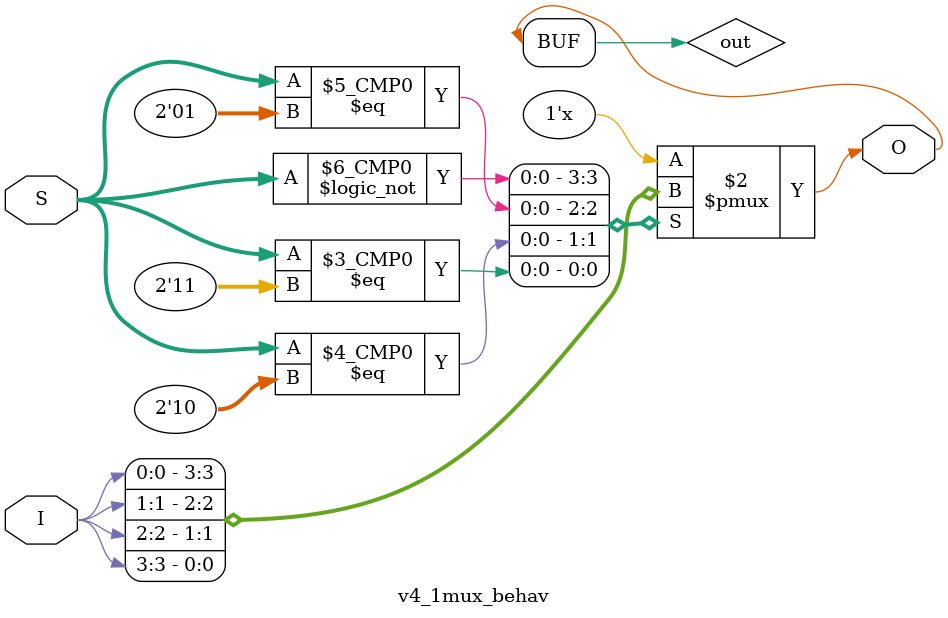
<source format=v>
`timescale 1ns / 1ps
module v4_1mux_behav(
    input [3:0] I,
    input [1:0] S,
    output O
    );
	 reg out;
	 assign O = out;
	always @(*) begin
    case (S)
      2'b00: out = I[0];
      2'b01: out = I[1];
      2'b10: out = I[2];
      2'b11: out = I[3];
    endcase
  end

endmodule

</source>
